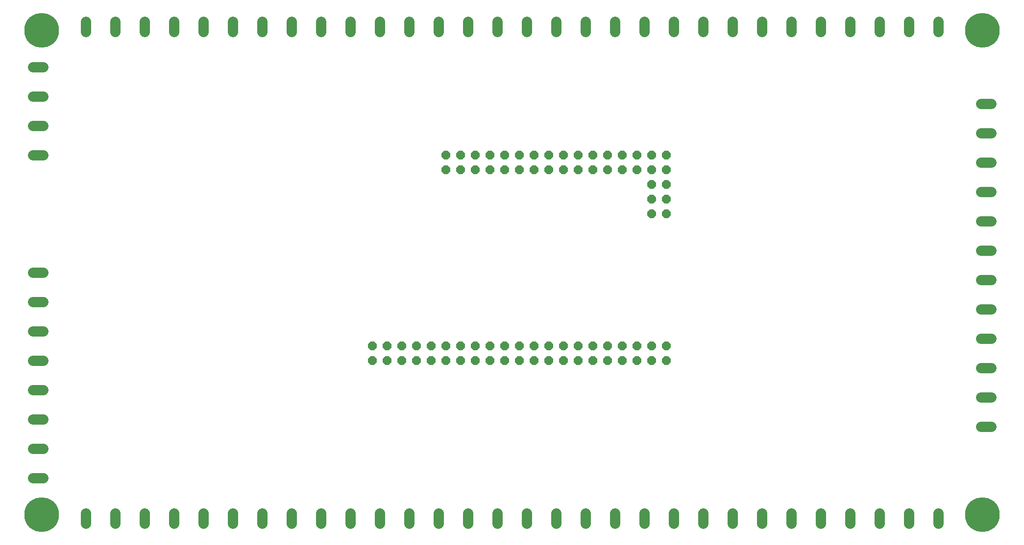
<source format=gbl>
G75*
%MOIN*%
%OFA0B0*%
%FSLAX25Y25*%
%IPPOS*%
%LPD*%
%AMOC8*
5,1,8,0,0,1.08239X$1,22.5*
%
%ADD10OC8,0.05937*%
%ADD11C,0.07050*%
%ADD12C,0.23685*%
D10*
X0246500Y0151000D03*
X0256500Y0151000D03*
X0266500Y0151000D03*
X0276500Y0151000D03*
X0286500Y0151000D03*
X0296500Y0151000D03*
X0306500Y0151000D03*
X0316500Y0151000D03*
X0326500Y0151000D03*
X0336500Y0151000D03*
X0346500Y0151000D03*
X0356500Y0151000D03*
X0366500Y0151000D03*
X0376500Y0151000D03*
X0386500Y0151000D03*
X0396500Y0151000D03*
X0406500Y0151000D03*
X0416500Y0151000D03*
X0426500Y0151000D03*
X0436500Y0151000D03*
X0446500Y0151000D03*
X0446500Y0161000D03*
X0436500Y0161000D03*
X0426500Y0161000D03*
X0416500Y0161000D03*
X0406500Y0161000D03*
X0396500Y0161000D03*
X0386500Y0161000D03*
X0376500Y0161000D03*
X0366500Y0161000D03*
X0356500Y0161000D03*
X0346500Y0161000D03*
X0336500Y0161000D03*
X0326500Y0161000D03*
X0316500Y0161000D03*
X0306500Y0161000D03*
X0296500Y0161000D03*
X0286500Y0161000D03*
X0276500Y0161000D03*
X0266500Y0161000D03*
X0256500Y0161000D03*
X0246500Y0161000D03*
X0436500Y0251000D03*
X0436500Y0261000D03*
X0446500Y0261000D03*
X0446500Y0251000D03*
X0446500Y0271000D03*
X0446500Y0281000D03*
X0436500Y0281000D03*
X0426500Y0281000D03*
X0416500Y0281000D03*
X0406500Y0281000D03*
X0396500Y0281000D03*
X0386500Y0281000D03*
X0376500Y0281000D03*
X0366500Y0281000D03*
X0356500Y0281000D03*
X0346500Y0281000D03*
X0336500Y0281000D03*
X0326500Y0281000D03*
X0316500Y0281000D03*
X0306500Y0281000D03*
X0296500Y0281000D03*
X0296500Y0291000D03*
X0306500Y0291000D03*
X0316500Y0291000D03*
X0326500Y0291000D03*
X0336500Y0291000D03*
X0346500Y0291000D03*
X0356500Y0291000D03*
X0366500Y0291000D03*
X0376500Y0291000D03*
X0386500Y0291000D03*
X0396500Y0291000D03*
X0406500Y0291000D03*
X0416500Y0291000D03*
X0426500Y0291000D03*
X0436500Y0291000D03*
X0446500Y0291000D03*
X0436500Y0271000D03*
D11*
X0051500Y0047025D02*
X0051500Y0039975D01*
X0071500Y0039975D02*
X0071500Y0047025D01*
X0091500Y0047025D02*
X0091500Y0039975D01*
X0111500Y0039975D02*
X0111500Y0047025D01*
X0131500Y0047025D02*
X0131500Y0039975D01*
X0151500Y0039975D02*
X0151500Y0047025D01*
X0171500Y0047025D02*
X0171500Y0039975D01*
X0191500Y0039975D02*
X0191500Y0047025D01*
X0211500Y0047025D02*
X0211500Y0039975D01*
X0231500Y0039975D02*
X0231500Y0047025D01*
X0251500Y0047025D02*
X0251500Y0039975D01*
X0271500Y0039975D02*
X0271500Y0047025D01*
X0291500Y0047025D02*
X0291500Y0039975D01*
X0311500Y0039975D02*
X0311500Y0047025D01*
X0331500Y0047025D02*
X0331500Y0039975D01*
X0351500Y0039975D02*
X0351500Y0047025D01*
X0371500Y0047025D02*
X0371500Y0039975D01*
X0391500Y0039975D02*
X0391500Y0047025D01*
X0411500Y0047025D02*
X0411500Y0039975D01*
X0431500Y0039975D02*
X0431500Y0047025D01*
X0451500Y0047025D02*
X0451500Y0039975D01*
X0471500Y0039975D02*
X0471500Y0047025D01*
X0491500Y0047025D02*
X0491500Y0039975D01*
X0511500Y0039975D02*
X0511500Y0047025D01*
X0531500Y0047025D02*
X0531500Y0039975D01*
X0551500Y0039975D02*
X0551500Y0047025D01*
X0571500Y0047025D02*
X0571500Y0039975D01*
X0591500Y0039975D02*
X0591500Y0047025D01*
X0611500Y0047025D02*
X0611500Y0039975D01*
X0631500Y0039975D02*
X0631500Y0047025D01*
X0660475Y0106000D02*
X0667525Y0106000D01*
X0667525Y0126000D02*
X0660475Y0126000D01*
X0660475Y0146000D02*
X0667525Y0146000D01*
X0667525Y0166000D02*
X0660475Y0166000D01*
X0660475Y0186000D02*
X0667525Y0186000D01*
X0667525Y0206000D02*
X0660475Y0206000D01*
X0660475Y0226000D02*
X0667525Y0226000D01*
X0667525Y0246000D02*
X0660475Y0246000D01*
X0660475Y0266000D02*
X0667525Y0266000D01*
X0667525Y0286000D02*
X0660475Y0286000D01*
X0660475Y0306000D02*
X0667525Y0306000D01*
X0667525Y0326000D02*
X0660475Y0326000D01*
X0631500Y0374975D02*
X0631500Y0382025D01*
X0611500Y0382025D02*
X0611500Y0374975D01*
X0591500Y0374975D02*
X0591500Y0382025D01*
X0571500Y0382025D02*
X0571500Y0374975D01*
X0551500Y0374975D02*
X0551500Y0382025D01*
X0531500Y0382025D02*
X0531500Y0374975D01*
X0511500Y0374975D02*
X0511500Y0382025D01*
X0491500Y0382025D02*
X0491500Y0374975D01*
X0471500Y0374975D02*
X0471500Y0382025D01*
X0451500Y0382025D02*
X0451500Y0374975D01*
X0431500Y0374975D02*
X0431500Y0382025D01*
X0411500Y0382025D02*
X0411500Y0374975D01*
X0391500Y0374975D02*
X0391500Y0382025D01*
X0371500Y0382025D02*
X0371500Y0374975D01*
X0351500Y0374975D02*
X0351500Y0382025D01*
X0331500Y0382025D02*
X0331500Y0374975D01*
X0311500Y0374975D02*
X0311500Y0382025D01*
X0291500Y0382025D02*
X0291500Y0374975D01*
X0271500Y0374975D02*
X0271500Y0382025D01*
X0251500Y0382025D02*
X0251500Y0374975D01*
X0231500Y0374975D02*
X0231500Y0382025D01*
X0211500Y0382025D02*
X0211500Y0374975D01*
X0191500Y0374975D02*
X0191500Y0382025D01*
X0171500Y0382025D02*
X0171500Y0374975D01*
X0151500Y0374975D02*
X0151500Y0382025D01*
X0131500Y0382025D02*
X0131500Y0374975D01*
X0111500Y0374975D02*
X0111500Y0382025D01*
X0091500Y0382025D02*
X0091500Y0374975D01*
X0071500Y0374975D02*
X0071500Y0382025D01*
X0051500Y0382025D02*
X0051500Y0374975D01*
X0022525Y0351000D02*
X0015475Y0351000D01*
X0015475Y0331000D02*
X0022525Y0331000D01*
X0022525Y0311000D02*
X0015475Y0311000D01*
X0015475Y0291000D02*
X0022525Y0291000D01*
X0022525Y0211000D02*
X0015475Y0211000D01*
X0015475Y0191000D02*
X0022525Y0191000D01*
X0022525Y0171000D02*
X0015475Y0171000D01*
X0015475Y0151000D02*
X0022525Y0151000D01*
X0022525Y0131000D02*
X0015475Y0131000D01*
X0015475Y0111000D02*
X0022525Y0111000D01*
X0022525Y0091000D02*
X0015475Y0091000D01*
X0015475Y0071000D02*
X0022525Y0071000D01*
D12*
X0021500Y0046000D03*
X0021500Y0376000D03*
X0661500Y0376000D03*
X0661500Y0046000D03*
M02*

</source>
